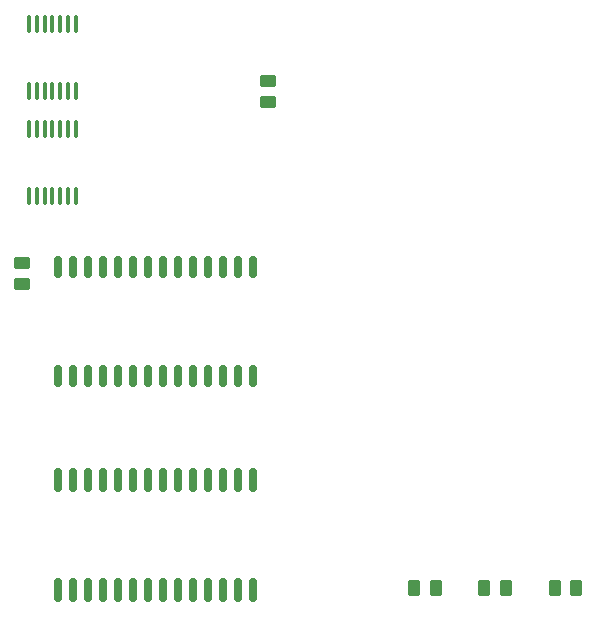
<source format=gbr>
%TF.GenerationSoftware,KiCad,Pcbnew,(6.0.0-0)*%
%TF.CreationDate,2022-01-09T00:32:34-05:00*%
%TF.ProjectId,ROM-Cartridge,524f4d2d-4361-4727-9472-696467652e6b,rev?*%
%TF.SameCoordinates,Original*%
%TF.FileFunction,Paste,Top*%
%TF.FilePolarity,Positive*%
%FSLAX46Y46*%
G04 Gerber Fmt 4.6, Leading zero omitted, Abs format (unit mm)*
G04 Created by KiCad (PCBNEW (6.0.0-0)) date 2022-01-09 00:32:34*
%MOMM*%
%LPD*%
G01*
G04 APERTURE LIST*
G04 Aperture macros list*
%AMRoundRect*
0 Rectangle with rounded corners*
0 $1 Rounding radius*
0 $2 $3 $4 $5 $6 $7 $8 $9 X,Y pos of 4 corners*
0 Add a 4 corners polygon primitive as box body*
4,1,4,$2,$3,$4,$5,$6,$7,$8,$9,$2,$3,0*
0 Add four circle primitives for the rounded corners*
1,1,$1+$1,$2,$3*
1,1,$1+$1,$4,$5*
1,1,$1+$1,$6,$7*
1,1,$1+$1,$8,$9*
0 Add four rect primitives between the rounded corners*
20,1,$1+$1,$2,$3,$4,$5,0*
20,1,$1+$1,$4,$5,$6,$7,0*
20,1,$1+$1,$6,$7,$8,$9,0*
20,1,$1+$1,$8,$9,$2,$3,0*%
G04 Aperture macros list end*
%ADD10RoundRect,0.100000X0.100000X-0.637500X0.100000X0.637500X-0.100000X0.637500X-0.100000X-0.637500X0*%
%ADD11RoundRect,0.250000X-0.262500X-0.450000X0.262500X-0.450000X0.262500X0.450000X-0.262500X0.450000X0*%
%ADD12RoundRect,0.250000X0.450000X-0.262500X0.450000X0.262500X-0.450000X0.262500X-0.450000X-0.262500X0*%
%ADD13RoundRect,0.150000X0.150000X-0.800000X0.150000X0.800000X-0.150000X0.800000X-0.150000X-0.800000X0*%
%ADD14RoundRect,0.150000X-0.150000X0.800000X-0.150000X-0.800000X0.150000X-0.800000X0.150000X0.800000X0*%
%ADD15RoundRect,0.150000X0.150000X-0.875000X0.150000X0.875000X-0.150000X0.875000X-0.150000X-0.875000X0*%
G04 APERTURE END LIST*
D10*
%TO.C,U6*%
X97110000Y-78046500D03*
X97760000Y-78046500D03*
X98410000Y-78046500D03*
X99060000Y-78046500D03*
X99710000Y-78046500D03*
X100360000Y-78046500D03*
X101010000Y-78046500D03*
X101010000Y-72321500D03*
X100360000Y-72321500D03*
X99710000Y-72321500D03*
X99060000Y-72321500D03*
X98410000Y-72321500D03*
X97760000Y-72321500D03*
X97110000Y-72321500D03*
%TD*%
D11*
%TO.C,R2*%
X129676166Y-111252000D03*
X131501166Y-111252000D03*
%TD*%
D10*
%TO.C,U4*%
X97110000Y-63431500D03*
X97760000Y-63431500D03*
X98410000Y-63431500D03*
X99060000Y-63431500D03*
X99710000Y-63431500D03*
X100360000Y-63431500D03*
X101010000Y-63431500D03*
X101010000Y-69156500D03*
X100360000Y-69156500D03*
X99710000Y-69156500D03*
X99060000Y-69156500D03*
X98410000Y-69156500D03*
X97760000Y-69156500D03*
X97110000Y-69156500D03*
%TD*%
D12*
%TO.C,R3*%
X96520000Y-85494500D03*
X96520000Y-83669500D03*
%TD*%
D11*
%TO.C,R4*%
X141581500Y-111252000D03*
X143406500Y-111252000D03*
%TD*%
%TO.C,R1*%
X135628832Y-111252000D03*
X137453832Y-111252000D03*
%TD*%
D12*
%TO.C,R5*%
X117348000Y-70104000D03*
X117348000Y-68279000D03*
%TD*%
D13*
%TO.C,U5*%
X99501500Y-93246000D03*
X100771500Y-93246000D03*
X102041500Y-93246000D03*
X103311500Y-93246000D03*
X104581500Y-93246000D03*
X105851500Y-93246000D03*
X107121500Y-93246000D03*
X108391500Y-93246000D03*
X109661500Y-93246000D03*
X110931500Y-93246000D03*
X112201500Y-93246000D03*
X113471500Y-93246000D03*
D14*
X114741500Y-93246000D03*
X116011500Y-93246000D03*
X116011500Y-84046000D03*
X114741500Y-84046000D03*
D13*
X113471500Y-84046000D03*
X112201500Y-84046000D03*
X110931500Y-84046000D03*
X109661500Y-84046000D03*
X108391500Y-84046000D03*
X107121500Y-84046000D03*
X105851500Y-84046000D03*
X104581500Y-84046000D03*
X103311500Y-84046000D03*
X102041500Y-84046000D03*
X100771500Y-84046000D03*
X99501500Y-84046000D03*
%TD*%
D15*
%TO.C,U1*%
X99501500Y-111408000D03*
X100771500Y-111408000D03*
X102041500Y-111408000D03*
X103311500Y-111408000D03*
X104581500Y-111408000D03*
X105851500Y-111408000D03*
X107121500Y-111408000D03*
X108391500Y-111408000D03*
X109661500Y-111408000D03*
X110931500Y-111408000D03*
X112201500Y-111408000D03*
X113471500Y-111408000D03*
X114741500Y-111408000D03*
X116011500Y-111408000D03*
X116011500Y-102108000D03*
X114741500Y-102108000D03*
X113471500Y-102108000D03*
X112201500Y-102108000D03*
X110931500Y-102108000D03*
X109661500Y-102108000D03*
X108391500Y-102108000D03*
X107121500Y-102108000D03*
X105851500Y-102108000D03*
X104581500Y-102108000D03*
X103311500Y-102108000D03*
X102041500Y-102108000D03*
X100771500Y-102108000D03*
X99501500Y-102108000D03*
%TD*%
M02*

</source>
